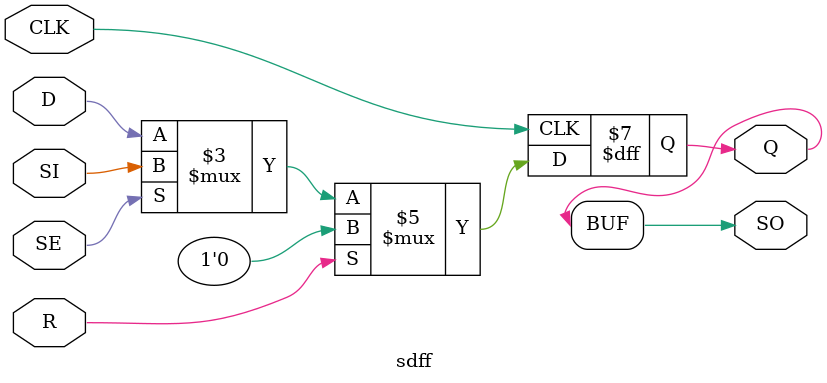
<source format=v>
module sdff(R,CLK,SE,SI,D,Q,SO);
input D,SI,SE,CLK,R;
output SO;
output reg Q;
 always@(posedge CLK)
 begin
	 if (R==1)
		 Q=0;
	 else
		 Q=(SE?SI:D);
 end
assign SO=Q;
endmodule
 

</source>
